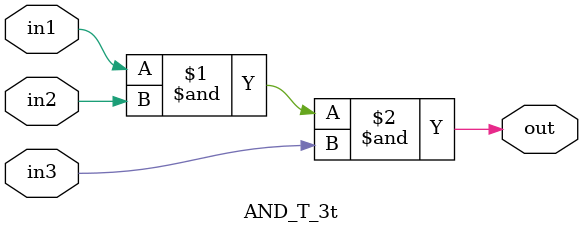
<source format=v>
`timescale 1ns / 1ps

`define	D		1	// definition of the delay

// Delayed AND gate

module AND_T_3t(out, in1, in2, in3);

input in1, in2, in3;
output out;

and		#`D		and1(out, in1, in2, in3);


endmodule

</source>
